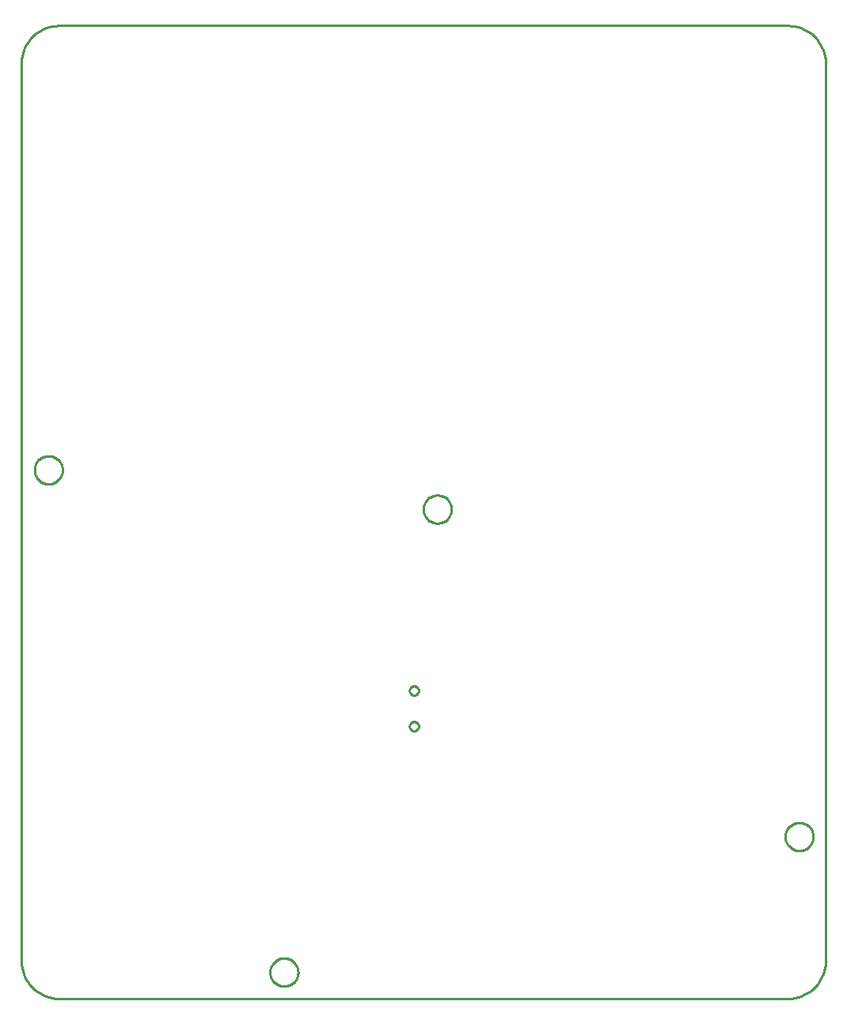
<source format=gbr>
G04 EAGLE Gerber RS-274X export*
G75*
%MOMM*%
%FSLAX34Y34*%
%LPD*%
%IN*%
%IPPOS*%
%AMOC8*
5,1,8,0,0,1.08239X$1,22.5*%
G01*
%ADD10C,0.254000*%


D10*
X-420000Y-350000D02*
X-419848Y-353486D01*
X-419392Y-356946D01*
X-418637Y-360353D01*
X-417588Y-363681D01*
X-416252Y-366905D01*
X-414641Y-370000D01*
X-412766Y-372943D01*
X-410642Y-375712D01*
X-408284Y-378284D01*
X-405712Y-380642D01*
X-402943Y-382766D01*
X-400000Y-384641D01*
X-396905Y-386252D01*
X-393681Y-387588D01*
X-390353Y-388637D01*
X-386946Y-389392D01*
X-383486Y-389848D01*
X-380000Y-390000D01*
X400000Y-390000D01*
X403486Y-389848D01*
X406946Y-389392D01*
X410353Y-388637D01*
X413681Y-387588D01*
X416905Y-386252D01*
X420000Y-384641D01*
X422943Y-382766D01*
X425712Y-380642D01*
X428284Y-378284D01*
X430642Y-375712D01*
X432766Y-372943D01*
X434641Y-370000D01*
X436252Y-366905D01*
X437588Y-363681D01*
X438637Y-360353D01*
X439392Y-356946D01*
X439848Y-353486D01*
X440000Y-350000D01*
X440000Y610000D01*
X439848Y613486D01*
X439392Y616946D01*
X438637Y620353D01*
X437588Y623681D01*
X436252Y626905D01*
X434641Y630000D01*
X432766Y632943D01*
X430642Y635712D01*
X428284Y638284D01*
X425712Y640642D01*
X422943Y642766D01*
X420000Y644641D01*
X416905Y646252D01*
X413681Y647588D01*
X410353Y648637D01*
X406946Y649392D01*
X403486Y649848D01*
X400000Y650000D01*
X-380000Y650000D01*
X-383486Y649848D01*
X-386946Y649392D01*
X-390353Y648637D01*
X-393681Y647588D01*
X-396905Y646252D01*
X-400000Y644641D01*
X-402943Y642766D01*
X-405712Y640642D01*
X-408284Y638284D01*
X-410642Y635712D01*
X-412766Y632943D01*
X-414641Y630000D01*
X-416252Y626905D01*
X-417588Y623681D01*
X-418637Y620353D01*
X-419392Y616946D01*
X-419848Y613486D01*
X-420000Y610000D01*
X-420000Y-350000D01*
X-124000Y-362536D02*
X-124076Y-363604D01*
X-124229Y-364665D01*
X-124457Y-365712D01*
X-124759Y-366740D01*
X-125133Y-367744D01*
X-125578Y-368719D01*
X-126092Y-369659D01*
X-126671Y-370560D01*
X-127313Y-371418D01*
X-128015Y-372228D01*
X-128772Y-372985D01*
X-129582Y-373687D01*
X-130440Y-374329D01*
X-131341Y-374908D01*
X-132281Y-375422D01*
X-133256Y-375867D01*
X-134260Y-376241D01*
X-135288Y-376543D01*
X-136335Y-376771D01*
X-137396Y-376924D01*
X-138464Y-377000D01*
X-139536Y-377000D01*
X-140604Y-376924D01*
X-141665Y-376771D01*
X-142712Y-376543D01*
X-143740Y-376241D01*
X-144744Y-375867D01*
X-145719Y-375422D01*
X-146659Y-374908D01*
X-147560Y-374329D01*
X-148418Y-373687D01*
X-149228Y-372985D01*
X-149985Y-372228D01*
X-150687Y-371418D01*
X-151329Y-370560D01*
X-151908Y-369659D01*
X-152422Y-368719D01*
X-152867Y-367744D01*
X-153241Y-366740D01*
X-153543Y-365712D01*
X-153771Y-364665D01*
X-153924Y-363604D01*
X-154000Y-362536D01*
X-154000Y-361464D01*
X-153924Y-360396D01*
X-153771Y-359335D01*
X-153543Y-358288D01*
X-153241Y-357260D01*
X-152867Y-356256D01*
X-152422Y-355281D01*
X-151908Y-354341D01*
X-151329Y-353440D01*
X-150687Y-352582D01*
X-149985Y-351772D01*
X-149228Y-351015D01*
X-148418Y-350313D01*
X-147560Y-349671D01*
X-146659Y-349092D01*
X-145719Y-348578D01*
X-144744Y-348133D01*
X-143740Y-347759D01*
X-142712Y-347457D01*
X-141665Y-347229D01*
X-140604Y-347076D01*
X-139536Y-347000D01*
X-138464Y-347000D01*
X-137396Y-347076D01*
X-136335Y-347229D01*
X-135288Y-347457D01*
X-134260Y-347759D01*
X-133256Y-348133D01*
X-132281Y-348578D01*
X-131341Y-349092D01*
X-130440Y-349671D01*
X-129582Y-350313D01*
X-128772Y-351015D01*
X-128015Y-351772D01*
X-127313Y-352582D01*
X-126671Y-353440D01*
X-126092Y-354341D01*
X-125578Y-355281D01*
X-125133Y-356256D01*
X-124759Y-357260D01*
X-124457Y-358288D01*
X-124229Y-359335D01*
X-124076Y-360396D01*
X-124000Y-361464D01*
X-124000Y-362536D01*
X-376000Y174464D02*
X-376076Y173396D01*
X-376229Y172335D01*
X-376457Y171288D01*
X-376759Y170260D01*
X-377133Y169256D01*
X-377578Y168281D01*
X-378092Y167341D01*
X-378671Y166440D01*
X-379313Y165582D01*
X-380015Y164772D01*
X-380772Y164015D01*
X-381582Y163313D01*
X-382440Y162671D01*
X-383341Y162092D01*
X-384281Y161578D01*
X-385256Y161133D01*
X-386260Y160759D01*
X-387288Y160457D01*
X-388335Y160229D01*
X-389396Y160076D01*
X-390464Y160000D01*
X-391536Y160000D01*
X-392604Y160076D01*
X-393665Y160229D01*
X-394712Y160457D01*
X-395740Y160759D01*
X-396744Y161133D01*
X-397719Y161578D01*
X-398659Y162092D01*
X-399560Y162671D01*
X-400418Y163313D01*
X-401228Y164015D01*
X-401985Y164772D01*
X-402687Y165582D01*
X-403329Y166440D01*
X-403908Y167341D01*
X-404422Y168281D01*
X-404867Y169256D01*
X-405241Y170260D01*
X-405543Y171288D01*
X-405771Y172335D01*
X-405924Y173396D01*
X-406000Y174464D01*
X-406000Y175536D01*
X-405924Y176604D01*
X-405771Y177665D01*
X-405543Y178712D01*
X-405241Y179740D01*
X-404867Y180744D01*
X-404422Y181719D01*
X-403908Y182659D01*
X-403329Y183560D01*
X-402687Y184418D01*
X-401985Y185228D01*
X-401228Y185985D01*
X-400418Y186687D01*
X-399560Y187329D01*
X-398659Y187908D01*
X-397719Y188422D01*
X-396744Y188867D01*
X-395740Y189241D01*
X-394712Y189543D01*
X-393665Y189771D01*
X-392604Y189924D01*
X-391536Y190000D01*
X-390464Y190000D01*
X-389396Y189924D01*
X-388335Y189771D01*
X-387288Y189543D01*
X-386260Y189241D01*
X-385256Y188867D01*
X-384281Y188422D01*
X-383341Y187908D01*
X-382440Y187329D01*
X-381582Y186687D01*
X-380772Y185985D01*
X-380015Y185228D01*
X-379313Y184418D01*
X-378671Y183560D01*
X-378092Y182659D01*
X-377578Y181719D01*
X-377133Y180744D01*
X-376759Y179740D01*
X-376457Y178712D01*
X-376229Y177665D01*
X-376076Y176604D01*
X-376000Y175536D01*
X-376000Y174464D01*
X427000Y-217536D02*
X426924Y-218604D01*
X426771Y-219665D01*
X426543Y-220712D01*
X426241Y-221740D01*
X425867Y-222744D01*
X425422Y-223719D01*
X424908Y-224659D01*
X424329Y-225560D01*
X423687Y-226418D01*
X422985Y-227228D01*
X422228Y-227985D01*
X421418Y-228687D01*
X420560Y-229329D01*
X419659Y-229908D01*
X418719Y-230422D01*
X417744Y-230867D01*
X416740Y-231241D01*
X415712Y-231543D01*
X414665Y-231771D01*
X413604Y-231924D01*
X412536Y-232000D01*
X411464Y-232000D01*
X410396Y-231924D01*
X409335Y-231771D01*
X408288Y-231543D01*
X407260Y-231241D01*
X406256Y-230867D01*
X405281Y-230422D01*
X404341Y-229908D01*
X403440Y-229329D01*
X402582Y-228687D01*
X401772Y-227985D01*
X401015Y-227228D01*
X400313Y-226418D01*
X399671Y-225560D01*
X399092Y-224659D01*
X398578Y-223719D01*
X398133Y-222744D01*
X397759Y-221740D01*
X397457Y-220712D01*
X397229Y-219665D01*
X397076Y-218604D01*
X397000Y-217536D01*
X397000Y-216464D01*
X397076Y-215396D01*
X397229Y-214335D01*
X397457Y-213288D01*
X397759Y-212260D01*
X398133Y-211256D01*
X398578Y-210281D01*
X399092Y-209341D01*
X399671Y-208440D01*
X400313Y-207582D01*
X401015Y-206772D01*
X401772Y-206015D01*
X402582Y-205313D01*
X403440Y-204671D01*
X404341Y-204092D01*
X405281Y-203578D01*
X406256Y-203133D01*
X407260Y-202759D01*
X408288Y-202457D01*
X409335Y-202229D01*
X410396Y-202076D01*
X411464Y-202000D01*
X412536Y-202000D01*
X413604Y-202076D01*
X414665Y-202229D01*
X415712Y-202457D01*
X416740Y-202759D01*
X417744Y-203133D01*
X418719Y-203578D01*
X419659Y-204092D01*
X420560Y-204671D01*
X421418Y-205313D01*
X422228Y-206015D01*
X422985Y-206772D01*
X423687Y-207582D01*
X424329Y-208440D01*
X424908Y-209341D01*
X425422Y-210281D01*
X425867Y-211256D01*
X426241Y-212260D01*
X426543Y-213288D01*
X426771Y-214335D01*
X426924Y-215396D01*
X427000Y-216464D01*
X427000Y-217536D01*
X40000Y132464D02*
X39924Y131396D01*
X39771Y130335D01*
X39543Y129288D01*
X39241Y128260D01*
X38867Y127256D01*
X38422Y126281D01*
X37908Y125341D01*
X37329Y124440D01*
X36687Y123582D01*
X35985Y122772D01*
X35228Y122015D01*
X34418Y121313D01*
X33560Y120671D01*
X32659Y120092D01*
X31719Y119578D01*
X30744Y119133D01*
X29740Y118759D01*
X28712Y118457D01*
X27665Y118229D01*
X26604Y118076D01*
X25536Y118000D01*
X24464Y118000D01*
X23396Y118076D01*
X22335Y118229D01*
X21288Y118457D01*
X20260Y118759D01*
X19256Y119133D01*
X18281Y119578D01*
X17341Y120092D01*
X16440Y120671D01*
X15582Y121313D01*
X14772Y122015D01*
X14015Y122772D01*
X13313Y123582D01*
X12671Y124440D01*
X12092Y125341D01*
X11578Y126281D01*
X11133Y127256D01*
X10759Y128260D01*
X10457Y129288D01*
X10229Y130335D01*
X10076Y131396D01*
X10000Y132464D01*
X10000Y133536D01*
X10076Y134604D01*
X10229Y135665D01*
X10457Y136712D01*
X10759Y137740D01*
X11133Y138744D01*
X11578Y139719D01*
X12092Y140659D01*
X12671Y141560D01*
X13313Y142418D01*
X14015Y143228D01*
X14772Y143985D01*
X15582Y144687D01*
X16440Y145329D01*
X17341Y145908D01*
X18281Y146422D01*
X19256Y146867D01*
X20260Y147241D01*
X21288Y147543D01*
X22335Y147771D01*
X23396Y147924D01*
X24464Y148000D01*
X25536Y148000D01*
X26604Y147924D01*
X27665Y147771D01*
X28712Y147543D01*
X29740Y147241D01*
X30744Y146867D01*
X31719Y146422D01*
X32659Y145908D01*
X33560Y145329D01*
X34418Y144687D01*
X35228Y143985D01*
X35985Y143228D01*
X36687Y142418D01*
X37329Y141560D01*
X37908Y140659D01*
X38422Y139719D01*
X38867Y138744D01*
X39241Y137740D01*
X39543Y136712D01*
X39771Y135665D01*
X39924Y134604D01*
X40000Y133536D01*
X40000Y132464D01*
X272Y-94200D02*
X814Y-94261D01*
X1345Y-94382D01*
X1859Y-94562D01*
X2350Y-94798D01*
X2811Y-95088D01*
X3237Y-95428D01*
X3622Y-95813D01*
X3962Y-96239D01*
X4252Y-96700D01*
X4488Y-97191D01*
X4668Y-97705D01*
X4789Y-98236D01*
X4850Y-98778D01*
X4850Y-99322D01*
X4789Y-99864D01*
X4668Y-100395D01*
X4488Y-100909D01*
X4252Y-101400D01*
X3962Y-101861D01*
X3622Y-102287D01*
X3237Y-102672D01*
X2811Y-103012D01*
X2350Y-103302D01*
X1859Y-103538D01*
X1345Y-103718D01*
X814Y-103839D01*
X272Y-103900D01*
X-272Y-103900D01*
X-814Y-103839D01*
X-1345Y-103718D01*
X-1859Y-103538D01*
X-2350Y-103302D01*
X-2811Y-103012D01*
X-3237Y-102672D01*
X-3622Y-102287D01*
X-3962Y-101861D01*
X-4252Y-101400D01*
X-4488Y-100909D01*
X-4668Y-100395D01*
X-4789Y-99864D01*
X-4850Y-99322D01*
X-4850Y-98778D01*
X-4789Y-98236D01*
X-4668Y-97705D01*
X-4488Y-97191D01*
X-4252Y-96700D01*
X-3962Y-96239D01*
X-3622Y-95813D01*
X-3237Y-95428D01*
X-2811Y-95088D01*
X-2350Y-94798D01*
X-1859Y-94562D01*
X-1345Y-94382D01*
X-814Y-94261D01*
X-272Y-94200D01*
X272Y-94200D01*
X272Y-56100D02*
X814Y-56161D01*
X1345Y-56282D01*
X1859Y-56462D01*
X2350Y-56698D01*
X2811Y-56988D01*
X3237Y-57328D01*
X3622Y-57713D01*
X3962Y-58139D01*
X4252Y-58600D01*
X4488Y-59091D01*
X4668Y-59605D01*
X4789Y-60136D01*
X4850Y-60678D01*
X4850Y-61222D01*
X4789Y-61764D01*
X4668Y-62295D01*
X4488Y-62809D01*
X4252Y-63300D01*
X3962Y-63761D01*
X3622Y-64187D01*
X3237Y-64572D01*
X2811Y-64912D01*
X2350Y-65202D01*
X1859Y-65438D01*
X1345Y-65618D01*
X814Y-65739D01*
X272Y-65800D01*
X-272Y-65800D01*
X-814Y-65739D01*
X-1345Y-65618D01*
X-1859Y-65438D01*
X-2350Y-65202D01*
X-2811Y-64912D01*
X-3237Y-64572D01*
X-3622Y-64187D01*
X-3962Y-63761D01*
X-4252Y-63300D01*
X-4488Y-62809D01*
X-4668Y-62295D01*
X-4789Y-61764D01*
X-4850Y-61222D01*
X-4850Y-60678D01*
X-4789Y-60136D01*
X-4668Y-59605D01*
X-4488Y-59091D01*
X-4252Y-58600D01*
X-3962Y-58139D01*
X-3622Y-57713D01*
X-3237Y-57328D01*
X-2811Y-56988D01*
X-2350Y-56698D01*
X-1859Y-56462D01*
X-1345Y-56282D01*
X-814Y-56161D01*
X-272Y-56100D01*
X272Y-56100D01*
M02*

</source>
